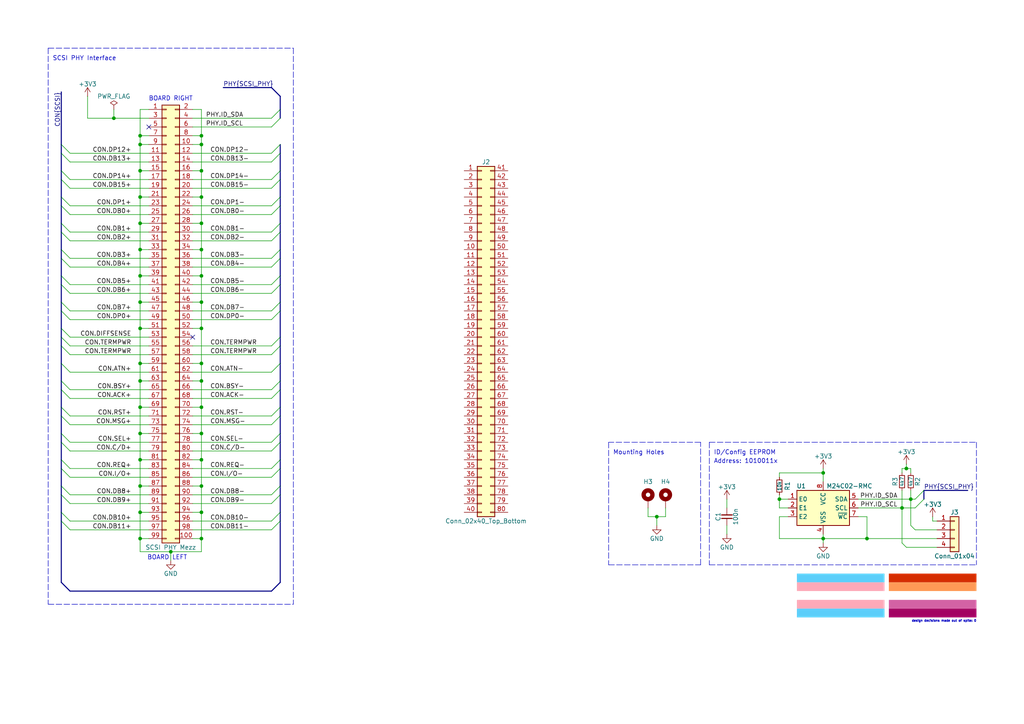
<source format=kicad_sch>
(kicad_sch (version 20231120) (generator "eeschema") (generator_version "8.0")
  (paper "A4")
  (title_block (title "Squishy -  ICD 50") (date "2024-08-22") (rev "1") (company "Shrine Maiden Heavy Industries") (comment 1 "License:  CERN-OHL-S") (comment 2 "© 2024 Aki 'lethalbit' Van Ness, et. al.") (comment 4 "Squishy - SCSI Multitool"))
  (lib_symbols
    (symbol "Connector_Generic:Conn_01x04" (pin_names (offset 1.016) hide)
      (property "Reference" "J" (at 0 5.08 0))
      (property "Value" "Conn_01x04" (at 0 -7.62 0))
      (symbol "Conn_01x04_1_1"
        (pin passive line (at -5.08 2.54 0) (length 3.81) (name "Pin_1") (number "1"))
        (pin passive line (at -5.08 0 0) (length 3.81) (name "Pin_2") (number "2"))
        (pin passive line (at -5.08 -2.54 0) (length 3.81) (name "Pin_3") (number "3"))
        (pin passive line (at -5.08 -5.08 0) (length 3.81) (name "Pin_4") (number "4"))
      )
    )
    (symbol "Connector_Generic:Conn_02x40_Top_Bottom" (pin_names (offset 1.016) hide)
      (property "Reference" "J" (at 1.27 50.8 0))
      (property "Value" "Conn_02x40_Top_Bottom" (at 1.27 -53.34 0))
      (symbol "Conn_02x40_Top_Bottom_1_1"
        (pin passive line (at -5.08 48.26 0) (length 3.81) (name "Pin_1") (number "1"))
        (pin passive line (at -5.08 25.4 0) (length 3.81) (name "Pin_10") (number "10"))
        (pin passive line (at -5.08 22.86 0) (length 3.81) (name "Pin_11") (number "11"))
        (pin passive line (at -5.08 20.32 0) (length 3.81) (name "Pin_12") (number "12"))
        (pin passive line (at -5.08 17.78 0) (length 3.81) (name "Pin_13") (number "13"))
        (pin passive line (at -5.08 15.24 0) (length 3.81) (name "Pin_14") (number "14"))
        (pin passive line (at -5.08 12.7 0) (length 3.81) (name "Pin_15") (number "15"))
        (pin passive line (at -5.08 10.16 0) (length 3.81) (name "Pin_16") (number "16"))
        (pin passive line (at -5.08 7.62 0) (length 3.81) (name "Pin_17") (number "17"))
        (pin passive line (at -5.08 5.08 0) (length 3.81) (name "Pin_18") (number "18"))
        (pin passive line (at -5.08 2.54 0) (length 3.81) (name "Pin_19") (number "19"))
        (pin passive line (at -5.08 45.72 0) (length 3.81) (name "Pin_2") (number "2"))
        (pin passive line (at -5.08 0 0) (length 3.81) (name "Pin_20") (number "20"))
        (pin passive line (at -5.08 -2.54 0) (length 3.81) (name "Pin_21") (number "21"))
        (pin passive line (at -5.08 -5.08 0) (length 3.81) (name "Pin_22") (number "22"))
        (pin passive line (at -5.08 -7.62 0) (length 3.81) (name "Pin_23") (number "23"))
        (pin passive line (at -5.08 -10.16 0) (length 3.81) (name "Pin_24") (number "24"))
        (pin passive line (at -5.08 -12.7 0) (length 3.81) (name "Pin_25") (number "25"))
        (pin passive line (at -5.08 -15.24 0) (length 3.81) (name "Pin_26") (number "26"))
        (pin passive line (at -5.08 -17.78 0) (length 3.81) (name "Pin_27") (number "27"))
        (pin passive line (at -5.08 -20.32 0) (length 3.81) (name "Pin_28") (number "28"))
        (pin passive line (at -5.08 -22.86 0) (length 3.81) (name "Pin_29") (number "29"))
        (pin passive line (at -5.08 43.18 0) (length 3.81) (name "Pin_3") (number "3"))
        (pin passive line (at -5.08 -25.4 0) (length 3.81) (name "Pin_30") (number "30"))
        (pin passive line (at -5.08 -27.94 0) (length 3.81) (name "Pin_31") (number "31"))
        (pin passive line (at -5.08 -30.48 0) (length 3.81) (name "Pin_32") (number "32"))
        (pin passive line (at -5.08 -33.02 0) (length 3.81) (name "Pin_33") (number "33"))
        (pin passive line (at -5.08 -35.56 0) (length 3.81) (name "Pin_34") (number "34"))
        (pin passive line (at -5.08 -38.1 0) (length 3.81) (name "Pin_35") (number "35"))
        (pin passive line (at -5.08 -40.64 0) (length 3.81) (name "Pin_36") (number "36"))
        (pin passive line (at -5.08 -43.18 0) (length 3.81) (name "Pin_37") (number "37"))
        (pin passive line (at -5.08 -45.72 0) (length 3.81) (name "Pin_38") (number "38"))
        (pin passive line (at -5.08 -48.26 0) (length 3.81) (name "Pin_39") (number "39"))
        (pin passive line (at -5.08 40.64 0) (length 3.81) (name "Pin_4") (number "4"))
        (pin passive line (at -5.08 -50.8 0) (length 3.81) (name "Pin_40") (number "40"))
        (pin passive line (at 7.62 48.26 180) (length 3.81) (name "Pin_41") (number "41"))
        (pin passive line (at 7.62 45.72 180) (length 3.81) (name "Pin_42") (number "42"))
        (pin passive line (at 7.62 43.18 180) (length 3.81) (name "Pin_43") (number "43"))
        (pin passive line (at 7.62 40.64 180) (length 3.81) (name "Pin_44") (number "44"))
        (pin passive line (at 7.62 38.1 180) (length 3.81) (name "Pin_45") (number "45"))
        (pin passive line (at 7.62 35.56 180) (length 3.81) (name "Pin_46") (number "46"))
        (pin passive line (at 7.62 33.02 180) (length 3.81) (name "Pin_47") (number "47"))
        (pin passive line (at 7.62 30.48 180) (length 3.81) (name "Pin_48") (number "48"))
        (pin passive line (at 7.62 27.94 180) (length 3.81) (name "Pin_49") (number "49"))
        (pin passive line (at -5.08 38.1 0) (length 3.81) (name "Pin_5") (number "5"))
        (pin passive line (at 7.62 25.4 180) (length 3.81) (name "Pin_50") (number "50"))
        (pin passive line (at 7.62 22.86 180) (length 3.81) (name "Pin_51") (number "51"))
        (pin passive line (at 7.62 20.32 180) (length 3.81) (name "Pin_52") (number "52"))
        (pin passive line (at 7.62 17.78 180) (length 3.81) (name "Pin_53") (number "53"))
        (pin passive line (at 7.62 15.24 180) (length 3.81) (name "Pin_54") (number "54"))
        (pin passive line (at 7.62 12.7 180) (length 3.81) (name "Pin_55") (number "55"))
        (pin passive line (at 7.62 10.16 180) (length 3.81) (name "Pin_56") (number "56"))
        (pin passive line (at 7.62 7.62 180) (length 3.81) (name "Pin_57") (number "57"))
        (pin passive line (at 7.62 5.08 180) (length 3.81) (name "Pin_58") (number "58"))
        (pin passive line (at 7.62 2.54 180) (length 3.81) (name "Pin_59") (number "59"))
        (pin passive line (at -5.08 35.56 0) (length 3.81) (name "Pin_6") (number "6"))
        (pin passive line (at 7.62 0 180) (length 3.81) (name "Pin_60") (number "60"))
        (pin passive line (at 7.62 -2.54 180) (length 3.81) (name "Pin_61") (number "61"))
        (pin passive line (at 7.62 -5.08 180) (length 3.81) (name "Pin_62") (number "62"))
        (pin passive line (at 7.62 -7.62 180) (length 3.81) (name "Pin_63") (number "63"))
        (pin passive line (at 7.62 -10.16 180) (length 3.81) (name "Pin_64") (number "64"))
        (pin passive line (at 7.62 -12.7 180) (length 3.81) (name "Pin_65") (number "65"))
        (pin passive line (at 7.62 -15.24 180) (length 3.81) (name "Pin_66") (number "66"))
        (pin passive line (at 7.62 -17.78 180) (length 3.81) (name "Pin_67") (number "67"))
        (pin passive line (at 7.62 -20.32 180) (length 3.81) (name "Pin_68") (number "68"))
        (pin passive line (at 7.62 -22.86 180) (length 3.81) (name "Pin_69") (number "69"))
        (pin passive line (at -5.08 33.02 0) (length 3.81) (name "Pin_7") (number "7"))
        (pin passive line (at 7.62 -25.4 180) (length 3.81) (name "Pin_70") (number "70"))
        (pin passive line (at 7.62 -27.94 180) (length 3.81) (name "Pin_71") (number "71"))
        (pin passive line (at 7.62 -30.48 180) (length 3.81) (name "Pin_72") (number "72"))
        (pin passive line (at 7.62 -33.02 180) (length 3.81) (name "Pin_73") (number "73"))
        (pin passive line (at 7.62 -35.56 180) (length 3.81) (name "Pin_74") (number "74"))
        (pin passive line (at 7.62 -38.1 180) (length 3.81) (name "Pin_75") (number "75"))
        (pin passive line (at 7.62 -40.64 180) (length 3.81) (name "Pin_76") (number "76"))
        (pin passive line (at 7.62 -43.18 180) (length 3.81) (name "Pin_77") (number "77"))
        (pin passive line (at 7.62 -45.72 180) (length 3.81) (name "Pin_78") (number "78"))
        (pin passive line (at 7.62 -48.26 180) (length 3.81) (name "Pin_79") (number "79"))
        (pin passive line (at -5.08 30.48 0) (length 3.81) (name "Pin_8") (number "8"))
        (pin passive line (at 7.62 -50.8 180) (length 3.81) (name "Pin_80") (number "80"))
        (pin passive line (at -5.08 27.94 0) (length 3.81) (name "Pin_9") (number "9"))
      )
    )
    (symbol "Device:C_Small" (pin_numbers hide) (pin_names (offset 0.254) hide)
      (property "Reference" "C" (at 0.254 1.778 0))
      (property "Value" "C_Small" (at 0.254 -2.032 0))
      (symbol "C_Small_1_1"
        (pin passive line (at 0 2.54 270) (length 2.032) (name "~") (number "1"))
        (pin passive line (at 0 -2.54 90) (length 2.032) (name "~") (number "2"))
      )
    )
    (symbol "Device:R_Small" (pin_numbers hide) (pin_names (offset 0.254) hide)
      (property "Reference" "R" (at 0.762 0.508 0))
      (property "Value" "R_Small" (at 0.762 -1.016 0))
      (symbol "R_Small_1_1"
        (pin passive line (at 0 2.54 270) (length 0.762) (name "~") (number "1"))
        (pin passive line (at 0 -2.54 90) (length 0.762) (name "~") (number "2"))
      )
    )
    (symbol "Mechanical:MountingHole_Pad" (pin_numbers hide) (pin_names (offset 1.016) hide)
      (property "Reference" "H" (at 0 6.35 0))
      (property "Value" "MountingHole_Pad" (at 0 4.445 0))
      (symbol "MountingHole_Pad_1_1"
        (pin input line (at 0 -2.54 90) (length 2.54) (name "1") (number "1"))
      )
    )
    (symbol "lethalbit-connectors:Conn_02x50_Odd_Even" (pin_names (offset 1.016) hide)
      (property "Reference" "J" (at 0 63.5 0))
      (property "Value" "Conn_02x50_Odd_Even" (at 0 66.04 0))
      (symbol "Conn_02x50_Odd_Even_1_1"
        (pin passive line (at -6.35 60.96 0) (length 3.81) (name "Pin_1") (number "1"))
        (pin passive line (at 6.35 50.8 180) (length 3.81) (name "Pin_10") (number "10"))
        (pin passive line (at 6.35 -63.5 180) (length 3.81) (name "Pin_100") (number "100"))
        (pin passive line (at -6.35 48.26 0) (length 3.81) (name "Pin_11") (number "11"))
        (pin passive line (at 6.35 48.26 180) (length 3.81) (name "Pin_12") (number "12"))
        (pin passive line (at -6.35 45.72 0) (length 3.81) (name "Pin_13") (number "13"))
        (pin passive line (at 6.35 45.72 180) (length 3.81) (name "Pin_14") (number "14"))
        (pin passive line (at -6.35 43.18 0) (length 3.81) (name "Pin_15") (number "15"))
        (pin passive line (at 6.35 43.18 180) (length 3.81) (name "Pin_16") (number "16"))
        (pin passive line (at -6.35 40.64 0) (length 3.81) (name "Pin_17") (number "17"))
        (pin passive line (at 6.35 40.64 180) (length 3.81) (name "Pin_18") (number "18"))
        (pin passive line (at -6.35 38.1 0) (length 3.81) (name "Pin_19") (number "19"))
        (pin passive line (at 6.35 60.96 180) (length 3.81) (name "Pin_2") (number "2"))
        (pin passive line (at 6.35 38.1 180) (length 3.81) (name "Pin_20") (number "20"))
        (pin passive line (at -6.35 35.56 0) (length 3.81) (name "Pin_21") (number "21"))
        (pin passive line (at 6.35 35.56 180) (length 3.81) (name "Pin_22") (number "22"))
        (pin passive line (at -6.35 33.02 0) (length 3.81) (name "Pin_23") (number "23"))
        (pin passive line (at 6.35 33.02 180) (length 3.81) (name "Pin_24") (number "24"))
        (pin passive line (at -6.35 30.48 0) (length 3.81) (name "Pin_25") (number "25"))
        (pin passive line (at 6.35 30.48 180) (length 3.81) (name "Pin_26") (number "26"))
        (pin passive line (at -6.35 27.94 0) (length 3.81) (name "Pin_27") (number "27"))
        (pin passive line (at 6.35 27.94 180) (length 3.81) (name "Pin_28") (number "28"))
        (pin passive line (at -6.35 25.4 0) (length 3.81) (name "Pin_29") (number "29"))
        (pin passive line (at -6.35 58.42 0) (length 3.81) (name "Pin_3") (number "3"))
        (pin passive line (at 6.35 25.4 180) (length 3.81) (name "Pin_30") (number "30"))
        (pin passive line (at -6.35 22.86 0) (length 3.81) (name "Pin_31") (number "31"))
        (pin passive line (at 6.35 22.86 180) (length 3.81) (name "Pin_32") (number "32"))
        (pin passive line (at -6.35 20.32 0) (length 3.81) (name "Pin_33") (number "33"))
        (pin passive line (at 6.35 20.32 180) (length 3.81) (name "Pin_34") (number "34"))
        (pin passive line (at -6.35 17.78 0) (length 3.81) (name "Pin_35") (number "35"))
        (pin passive line (at 6.35 17.78 180) (length 3.81) (name "Pin_36") (number "36"))
        (pin passive line (at -6.35 15.24 0) (length 3.81) (name "Pin_37") (number "37"))
        (pin passive line (at 6.35 15.24 180) (length 3.81) (name "Pin_38") (number "38"))
        (pin passive line (at -6.35 12.7 0) (length 3.81) (name "Pin_39") (number "39"))
        (pin passive line (at 6.35 58.42 180) (length 3.81) (name "Pin_4") (number "4"))
        (pin passive line (at 6.35 12.7 180) (length 3.81) (name "Pin_40") (number "40"))
        (pin passive line (at -6.35 10.16 0) (length 3.81) (name "Pin_41") (number "41"))
        (pin passive line (at 6.35 10.16 180) (length 3.81) (name "Pin_42") (number "42"))
        (pin passive line (at -6.35 7.62 0) (length 3.81) (name "Pin_43") (number "43"))
        (pin passive line (at 6.35 7.62 180) (length 3.81) (name "Pin_44") (number "44"))
        (pin passive line (at -6.35 5.08 0) (length 3.81) (name "Pin_45") (number "45"))
        (pin passive line (at 6.35 5.08 180) (length 3.81) (name "Pin_46") (number "46"))
        (pin passive line (at -6.35 2.54 0) (length 3.81) (name "Pin_47") (number "47"))
        (pin passive line (at 6.35 2.54 180) (length 3.81) (name "Pin_48") (number "48"))
        (pin passive line (at -6.35 0 0) (length 3.81) (name "Pin_49") (number "49"))
        (pin passive line (at -6.35 55.88 0) (length 3.81) (name "Pin_5") (number "5"))
        (pin passive line (at 6.35 0 180) (length 3.81) (name "Pin_50") (number "50"))
        (pin passive line (at -6.35 -2.54 0) (length 3.81) (name "Pin_51") (number "51"))
        (pin passive line (at 6.35 -2.54 180) (length 3.81) (name "Pin_52") (number "52"))
        (pin passive line (at -6.35 -5.08 0) (length 3.81) (name "Pin_53") (number "53"))
        (pin passive line (at 6.35 -5.08 180) (length 3.81) (name "Pin_54") (number "54"))
        (pin passive line (at -6.35 -7.62 0) (length 3.81) (name "Pin_55") (number "55"))
        (pin passive line (at 6.35 -7.62 180) (length 3.81) (name "Pin_56") (number "56"))
        (pin passive line (at -6.35 -10.16 0) (length 3.81) (name "Pin_57") (number "57"))
        (pin passive line (at 6.35 -10.16 180) (length 3.81) (name "Pin_58") (number "58"))
        (pin passive line (at -6.35 -12.7 0) (length 3.81) (name "Pin_59") (number "59"))
        (pin passive line (at 6.35 55.88 180) (length 3.81) (name "Pin_6") (number "6"))
        (pin passive line (at 6.35 -12.7 180) (length 3.81) (name "Pin_60") (number "60"))
        (pin passive line (at -6.35 -15.24 0) (length 3.81) (name "Pin_61") (number "61"))
        (pin passive line (at 6.35 -15.24 180) (length 3.81) (name "Pin_62") (number "62"))
        (pin passive line (at -6.35 -17.78 0) (length 3.81) (name "Pin_63") (number "63"))
        (pin passive line (at 6.35 -17.78 180) (length 3.81) (name "Pin_64") (number "64"))
        (pin passive line (at -6.35 -20.32 0) (length 3.81) (name "Pin_65") (number "65"))
        (pin passive line (at 6.35 -20.32 180) (length 3.81) (name "Pin_66") (number "66"))
        (pin passive line (at -6.35 -22.86 0) (length 3.81) (name "Pin_67") (number "67"))
        (pin passive line (at 6.35 -22.86 180) (length 3.81) (name "Pin_68") (number "68"))
        (pin passive line (at -6.35 -25.4 0) (length 3.81) (name "Pin_69") (number "69"))
        (pin passive line (at -6.35 53.34 0) (length 3.81) (name "Pin_7") (number "7"))
        (pin passive line (at 6.35 -25.4 180) (length 3.81) (name "Pin_70") (number "70"))
        (pin passive line (at -6.35 -27.94 0) (length 3.81) (name "Pin_71") (number "71"))
        (pin passive line (at 6.35 -27.94 180) (length 3.81) (name "Pin_72") (number "72"))
        (pin passive line (at -6.35 -30.48 0) (length 3.81) (name "Pin_73") (number "73"))
        (pin passive line (at 6.35 -30.48 180) (length 3.81) (name "Pin_74") (number "74"))
        (pin passive line (at -6.35 -33.02 0) (length 3.81) (name "Pin_75") (number "75"))
        (pin passive line (at 6.35 -33.02 180) (length 3.81) (name "Pin_76") (number "76"))
        (pin passive line (at -6.35 -35.56 0) (length 3.81) (name "Pin_77") (number "77"))
        (pin passive line (at 6.35 -35.56 180) (length 3.81) (name "Pin_78") (number "78"))
        (pin passive line (at -6.35 -38.1 0) (length 3.81) (name "Pin_79") (number "79"))
        (pin passive line (at 6.35 53.34 180) (length 3.81) (name "Pin_8") (number "8"))
        (pin passive line (at 6.35 -38.1 180) (length 3.81) (name "Pin_80") (number "80"))
        (pin passive line (at -6.35 -40.64 0) (length 3.81) (name "Pin_81") (number "81"))
        (pin passive line (at 6.35 -40.64 180) (length 3.81) (name "Pin_82") (number "82"))
        (pin passive line (at -6.35 -43.18 0) (length 3.81) (name "Pin_83") (number "83"))
        (pin passive line (at 6.35 -43.18 180) (length 3.81) (name "Pin_84") (number "84"))
        (pin passive line (at -6.35 -45.72 0) (length 3.81) (name "Pin_85") (number "85"))
        (pin passive line (at 6.35 -45.72 180) (length 3.81) (name "Pin_86") (number "86"))
        (pin passive line (at -6.35 -48.26 0) (length 3.81) (name "Pin_87") (number "87"))
        (pin passive line (at 6.35 -48.26 180) (length 3.81) (name "Pin_88") (number "88"))
        (pin passive line (at -6.35 -50.8 0) (length 3.81) (name "Pin_89") (number "89"))
        (pin passive line (at -6.35 50.8 0) (length 3.81) (name "Pin_9") (number "9"))
        (pin passive line (at 6.35 -50.8 180) (length 3.81) (name "Pin_90") (number "90"))
        (pin passive line (at -6.35 -53.34 0) (length 3.81) (name "Pin_91") (number "91"))
        (pin passive line (at 6.35 -53.34 180) (length 3.81) (name "Pin_92") (number "92"))
        (pin passive line (at -6.35 -55.88 0) (length 3.81) (name "Pin_93") (number "93"))
        (pin passive line (at 6.35 -55.88 180) (length 3.81) (name "Pin_94") (number "94"))
        (pin passive line (at -6.35 -58.42 0) (length 3.81) (name "Pin_95") (number "95"))
        (pin passive line (at 6.35 -58.42 180) (length 3.81) (name "Pin_96") (number "96"))
        (pin passive line (at -6.35 -60.96 0) (length 3.81) (name "Pin_97") (number "97"))
        (pin passive line (at 6.35 -60.96 180) (length 3.81) (name "Pin_98") (number "98"))
        (pin passive line (at -6.35 -63.5 0) (length 3.81) (name "Pin_99") (number "99"))
      )
    )
    (symbol "lethalbit-graphics:lesbian flag" (pin_numbers hide) (pin_names (offset 0) hide) (in_bom no) (on_board no))
    (symbol "lethalbit-graphics:trans flag" (pin_numbers hide) (pin_names (offset 0) hide) (in_bom no) (on_board no))
    (symbol "lethalbit-memory:M24C02-RMC"
      (property "Reference" "U" (at -6.35 6.35 0))
      (property "Value" "M24C02-RMC" (at 7.62 6.35 0))
      (symbol "M24C02-RMC_1_1"
        (pin input line (at -10.16 2.54 0) (length 2.54) (name "E0") (number "1"))
        (pin input line (at -10.16 0 0) (length 2.54) (name "E1") (number "2"))
        (pin input line (at -10.16 -2.54 0) (length 2.54) (name "E2") (number "3"))
        (pin power_in line (at 0 -7.62 90) (length 2.54) (name "VSS") (number "4"))
        (pin bidirectional line (at 10.16 2.54 180) (length 2.54) (name "SDA") (number "5"))
        (pin input line (at 10.16 0 180) (length 2.54) (name "SCL") (number "6"))
        (pin input line (at 10.16 -2.54 180) (length 2.54) (name "~{WC}") (number "7"))
        (pin power_in line (at 0 7.62 270) (length 2.54) (name "VCC") (number "8"))
        (pin passive line (at 0 -7.62 90) (length 2.54) hide (name "VSS") (number "EP"))
      )
    )
    (symbol "power:+3V3" (power) (pin_numbers hide) (pin_names (offset 0) hide)
      (property "Value" "+3V3" (at 0 3.556 0))
      (symbol "+3V3_1_1"
        (pin power_in line (at 0 0 90) (length 0) (name "~") (number "1"))
      )
    )
    (symbol "power:GND" (power) (pin_numbers hide) (pin_names (offset 0) hide)
      (property "Value" "GND" (at 0 -3.81 0))
      (symbol "GND_1_1"
        (pin power_in line (at 0 0 270) (length 0) (name "~") (number "1"))
      )
    )
    (symbol "power:PWR_FLAG" (power) (pin_numbers hide) (pin_names (offset 0) hide)
      (property "Value" "PWR_FLAG" (at 0 3.81 0))
      (symbol "PWR_FLAG_0_0"
        (pin power_out line (at 0 0 90) (length 0) (name "~") (number "1"))
      )
    )
  )
  (bus_alias "SCSI" (members "DB0+" "DB0-" "DB1+" "DB1-" "DB2+" "DB2-" "DB3+" "DB3-" "DB4+" "DB4-" "DB5+" "DB5-" "DB6+" "DB6-" "DB7+" "DB7-" "DB8+" "DB8-" "DB9+" "DB9-" "DB10+" "DB10-" "DB11+" "DB11-" "DB12+" "DB12-" "DB13+" "DB13-" "DB14+" "DB14-" "DB15+" "DB15-" "DP0+" "DP0-" "DP1+" "DP1-" "ATN+" "ATN-" "BSY+" "BSY-" "ACK+" "ACK-" "RST+" "RST-" "MSG+" "MSG-" "SEL+" "SEL-" "C/D+" "C/D-" "REQ+" "REQ-" "I/O+" "I/O-" "DIFFSENSE" "TERMPWR"))
  (bus_alias "SCSI_PHY" (members "DB[0..15]" "DP[0..1]" "ATN" "BSY" "ACK" "RST" "MSG" "SEL" "C/D" "REQ" "I/O" "ID_SDA" "ID_SCL" "~{PHY_PRSNT}" "TERMPW_EN" "LS_CTRL[0..5]" "DBL_DIR" "DBH_DIR" "INIT_DIR" "TRGT_DIR" "SEL_DIR" "RST_DIR" "BSY_DIR"))
  (junction (at 40.64 87.63))
  (junction (at 40.64 41.91))
  (junction (at 226.06 144.78))
  (junction (at 40.64 133.35))
  (junction (at 58.42 80.01))
  (junction (at 238.76 137.16))
  (junction (at 58.42 64.77))
  (junction (at 58.42 118.11))
  (junction (at 40.64 110.49))
  (junction (at 40.64 148.59))
  (junction (at 58.42 41.91))
  (junction (at 58.42 133.35))
  (junction (at 40.64 95.25))
  (junction (at 190.5 149.86))
  (junction (at 261.62 147.32))
  (junction (at 58.42 125.73))
  (junction (at 40.64 64.77))
  (junction (at 58.42 87.63))
  (junction (at 40.64 39.37))
  (junction (at 40.64 156.21))
  (junction (at 58.42 140.97))
  (junction (at 58.42 49.53))
  (junction (at 262.89 135.89))
  (junction (at 58.42 72.39))
  (junction (at 264.16 144.78))
  (junction (at 40.64 140.97))
  (junction (at 40.64 72.39))
  (junction (at 58.42 39.37))
  (junction (at 58.42 110.49))
  (junction (at 40.64 118.11))
  (junction (at 40.64 57.15))
  (junction (at 251.46 156.21))
  (junction (at 58.42 105.41))
  (junction (at 238.76 156.21))
  (junction (at 58.42 57.15))
  (junction (at 58.42 148.59))
  (junction (at 49.53 160.02))
  (junction (at 40.64 80.01))
  (junction (at 40.64 125.73))
  (junction (at 58.42 156.21))
  (junction (at 33.02 34.29))
  (junction (at 58.42 95.25))
  (junction (at 40.64 49.53))
  (junction (at 40.64 105.41))
  (no_connect (at 55.88 97.79))
  (no_connect (at 43.18 36.83))
  (bus_entry (at 17.78 44.45) (size 2.54 2.54))
  (bus_entry (at 81.28 82.55) (size -2.54 2.54))
  (bus_entry (at 17.78 135.89) (size 2.54 2.54))
  (bus_entry (at 81.28 80.01) (size -2.54 2.54))
  (bus_entry (at 17.78 74.93) (size 2.54 2.54))
  (bus_entry (at 81.28 100.33) (size -2.54 2.54))
  (bus_entry (at 81.28 64.77) (size -2.54 2.54))
  (bus_entry (at 81.28 135.89) (size -2.54 2.54))
  (bus_entry (at 17.78 95.25) (size 2.54 2.54))
  (bus_entry (at 267.97 144.78) (size -2.54 2.54))
  (bus_entry (at 81.28 97.79) (size -2.54 2.54))
  (bus_entry (at 81.28 128.27) (size -2.54 2.54))
  (bus_entry (at 81.28 118.11) (size -2.54 2.54))
  (bus_entry (at 17.78 125.73) (size 2.54 2.54))
  (bus_entry (at 81.28 110.49) (size -2.54 2.54))
  (bus_entry (at 81.28 143.51) (size -2.54 2.54))
  (bus_entry (at 17.78 140.97) (size 2.54 2.54))
  (bus_entry (at 17.78 49.53) (size 2.54 2.54))
  (bus_entry (at 81.28 125.73) (size -2.54 2.54))
  (bus_entry (at 17.78 118.11) (size 2.54 2.54))
  (bus_entry (at 17.78 64.77) (size 2.54 2.54))
  (bus_entry (at 81.28 52.07) (size -2.54 2.54))
  (bus_entry (at 81.28 74.93) (size -2.54 2.54))
  (bus_entry (at 81.28 90.17) (size -2.54 2.54))
  (bus_entry (at 17.78 87.63) (size 2.54 2.54))
  (bus_entry (at 81.28 87.63) (size -2.54 2.54))
  (bus_entry (at 17.78 82.55) (size 2.54 2.54))
  (bus_entry (at 17.78 148.59) (size 2.54 2.54))
  (bus_entry (at 17.78 57.15) (size 2.54 2.54))
  (bus_entry (at 17.78 59.69) (size 2.54 2.54))
  (bus_entry (at 81.28 44.45) (size -2.54 2.54))
  (bus_entry (at 267.97 142.24) (size -2.54 2.54))
  (bus_entry (at 17.78 90.17) (size 2.54 2.54))
  (bus_entry (at 81.28 59.69) (size -2.54 2.54))
  (bus_entry (at 17.78 113.03) (size 2.54 2.54))
  (bus_entry (at 17.78 105.41) (size 2.54 2.54))
  (bus_entry (at 81.28 113.03) (size -2.54 2.54))
  (bus_entry (at 17.78 52.07) (size 2.54 2.54))
  (bus_entry (at 17.78 110.49) (size 2.54 2.54))
  (bus_entry (at 17.78 72.39) (size 2.54 2.54))
  (bus_entry (at 81.28 120.65) (size -2.54 2.54))
  (bus_entry (at 81.28 34.29) (size -2.54 2.54))
  (bus_entry (at 81.28 57.15) (size -2.54 2.54))
  (bus_entry (at 17.78 80.01) (size 2.54 2.54))
  (bus_entry (at 17.78 41.91) (size 2.54 2.54))
  (bus_entry (at 81.28 41.91) (size -2.54 2.54))
  (bus_entry (at 17.78 151.13) (size 2.54 2.54))
  (bus_entry (at 81.28 31.75) (size -2.54 2.54))
  (bus_entry (at 81.28 151.13) (size -2.54 2.54))
  (bus_entry (at 81.28 72.39) (size -2.54 2.54))
  (bus_entry (at 81.28 148.59) (size -2.54 2.54))
  (bus_entry (at 17.78 97.79) (size 2.54 2.54))
  (bus_entry (at 17.78 100.33) (size 2.54 2.54))
  (bus_entry (at 81.28 49.53) (size -2.54 2.54))
  (bus_entry (at 17.78 120.65) (size 2.54 2.54))
  (bus_entry (at 17.78 67.31) (size 2.54 2.54))
  (bus_entry (at 17.78 128.27) (size 2.54 2.54))
  (bus_entry (at 17.78 133.35) (size 2.54 2.54))
  (bus_entry (at 81.28 105.41) (size -2.54 2.54))
  (bus_entry (at 81.28 67.31) (size -2.54 2.54))
  (bus_entry (at 81.28 140.97) (size -2.54 2.54))
  (bus_entry (at 17.78 143.51) (size 2.54 2.54))
  (bus_entry (at 81.28 133.35) (size -2.54 2.54))
  (wire (pts (xy 20.32 92.71) (xy 43.18 92.71)))
  (wire (pts (xy 20.32 67.31) (xy 43.18 67.31)))
  (wire (pts (xy 20.32 146.05) (xy 43.18 146.05)))
  (wire (pts (xy 55.88 156.21) (xy 58.42 156.21)))
  (wire (pts (xy 20.32 97.79) (xy 43.18 97.79)))
  (wire (pts (xy 55.88 31.75) (xy 58.42 31.75)))
  (wire (pts (xy 78.74 115.57) (xy 55.88 115.57)))
  (wire (pts (xy 78.74 102.87) (xy 55.88 102.87)))
  (wire (pts (xy 55.88 57.15) (xy 58.42 57.15)))
  (bus (pts (xy 81.28 120.65) (xy 81.28 125.73)))
  (wire (pts (xy 20.32 123.19) (xy 43.18 123.19)))
  (wire (pts (xy 58.42 87.63) (xy 58.42 95.25)))
  (bus (pts (xy 81.28 82.55) (xy 81.28 87.63)))
  (wire (pts (xy 78.74 74.93) (xy 55.88 74.93)))
  (polyline (pts (xy 176.53 128.27) (xy 176.53 163.83)) (stroke (width 0) (type dash)))
  (bus (pts (xy 17.78 95.25) (xy 17.78 97.79)))
  (wire (pts (xy 226.06 143.51) (xy 226.06 144.78)))
  (bus (pts (xy 81.28 97.79) (xy 81.28 100.33)))
  (wire (pts (xy 20.32 62.23) (xy 43.18 62.23)))
  (wire (pts (xy 251.46 149.86) (xy 251.46 156.21)))
  (wire (pts (xy 264.16 142.24) (xy 264.16 144.78)))
  (wire (pts (xy 55.88 110.49) (xy 58.42 110.49)))
  (wire (pts (xy 49.53 160.02) (xy 49.53 162.56)))
  (wire (pts (xy 55.88 41.91) (xy 58.42 41.91)))
  (wire (pts (xy 78.74 113.03) (xy 55.88 113.03)))
  (wire (pts (xy 78.74 153.67) (xy 55.88 153.67)))
  (wire (pts (xy 78.74 62.23) (xy 55.88 62.23)))
  (wire (pts (xy 25.4 27.94) (xy 25.4 34.29)))
  (wire (pts (xy 43.18 57.15) (xy 40.64 57.15)))
  (bus (pts (xy 81.28 100.33) (xy 81.28 105.41)))
  (bus (pts (xy 20.32 171.45) (xy 78.74 171.45)))
  (bus (pts (xy 17.78 133.35) (xy 17.78 135.89)))
  (wire (pts (xy 33.02 34.29) (xy 43.18 34.29)))
  (bus (pts (xy 81.28 118.11) (xy 81.28 120.65)))
  (wire (pts (xy 40.64 64.77) (xy 40.64 72.39)))
  (wire (pts (xy 270.51 151.13) (xy 271.78 151.13)))
  (wire (pts (xy 270.51 149.86) (xy 270.51 151.13)))
  (wire (pts (xy 20.32 69.85) (xy 43.18 69.85)))
  (wire (pts (xy 58.42 41.91) (xy 58.42 49.53)))
  (wire (pts (xy 78.74 67.31) (xy 55.88 67.31)))
  (bus (pts (xy 17.78 120.65) (xy 17.78 125.73)))
  (bus (pts (xy 81.28 128.27) (xy 81.28 133.35)))
  (wire (pts (xy 40.64 49.53) (xy 40.64 57.15)))
  (bus (pts (xy 81.28 64.77) (xy 81.28 67.31)))
  (wire (pts (xy 265.43 153.67) (xy 264.16 152.4)))
  (wire (pts (xy 40.64 160.02) (xy 49.53 160.02)))
  (wire (pts (xy 20.32 77.47) (xy 43.18 77.47)))
  (wire (pts (xy 40.64 72.39) (xy 40.64 80.01)))
  (bus (pts (xy 81.28 59.69) (xy 81.28 64.77)))
  (bus (pts (xy 81.28 49.53) (xy 81.28 52.07)))
  (wire (pts (xy 25.4 34.29) (xy 33.02 34.29)))
  (wire (pts (xy 58.42 80.01) (xy 58.42 87.63)))
  (wire (pts (xy 43.18 95.25) (xy 40.64 95.25)))
  (bus (pts (xy 17.78 105.41) (xy 17.78 110.49)))
  (bus (pts (xy 81.28 27.94) (xy 81.28 31.75)))
  (wire (pts (xy 226.06 149.86) (xy 226.06 156.21)))
  (wire (pts (xy 78.74 77.47) (xy 55.88 77.47)))
  (wire (pts (xy 78.74 85.09) (xy 55.88 85.09)))
  (wire (pts (xy 40.64 41.91) (xy 40.64 49.53)))
  (bus (pts (xy 17.78 118.11) (xy 17.78 120.65)))
  (wire (pts (xy 78.74 90.17) (xy 55.88 90.17)))
  (wire (pts (xy 33.02 31.75) (xy 33.02 34.29)))
  (bus (pts (xy 17.78 110.49) (xy 17.78 113.03)))
  (wire (pts (xy 262.89 135.89) (xy 264.16 135.89)))
  (wire (pts (xy 55.88 87.63) (xy 58.42 87.63)))
  (wire (pts (xy 55.88 125.73) (xy 58.42 125.73)))
  (bus (pts (xy 81.28 31.75) (xy 81.28 34.29)))
  (wire (pts (xy 187.96 147.32) (xy 187.96 149.86)))
  (wire (pts (xy 226.06 144.78) (xy 228.6 144.78)))
  (wire (pts (xy 55.88 72.39) (xy 58.42 72.39)))
  (bus (pts (xy 267.97 142.24) (xy 280.67 142.24)))
  (wire (pts (xy 262.89 134.62) (xy 262.89 135.89)))
  (wire (pts (xy 58.42 49.53) (xy 58.42 57.15)))
  (wire (pts (xy 251.46 156.21) (xy 271.78 156.21)))
  (wire (pts (xy 43.18 64.77) (xy 40.64 64.77)))
  (bus (pts (xy 17.78 135.89) (xy 17.78 140.97)))
  (wire (pts (xy 271.78 153.67) (xy 265.43 153.67)))
  (wire (pts (xy 78.74 120.65) (xy 55.88 120.65)))
  (wire (pts (xy 58.42 95.25) (xy 58.42 105.41)))
  (polyline (pts (xy 13.97 13.97) (xy 13.97 175.26)) (stroke (width 0) (type dash)))
  (wire (pts (xy 43.18 110.49) (xy 40.64 110.49)))
  (wire (pts (xy 78.74 128.27) (xy 55.88 128.27)))
  (bus (pts (xy 81.28 80.01) (xy 81.28 82.55)))
  (wire (pts (xy 58.42 156.21) (xy 58.42 160.02)))
  (polyline (pts (xy 85.09 13.97) (xy 85.09 175.26)) (stroke (width 0) (type dash)))
  (bus (pts (xy 17.78 49.53) (xy 17.78 52.07)))
  (wire (pts (xy 55.88 118.11) (xy 58.42 118.11)))
  (wire (pts (xy 78.74 46.99) (xy 55.88 46.99)))
  (wire (pts (xy 40.64 110.49) (xy 40.64 118.11)))
  (wire (pts (xy 20.32 128.27) (xy 43.18 128.27)))
  (wire (pts (xy 55.88 36.83) (xy 78.74 36.83)))
  (wire (pts (xy 20.32 113.03) (xy 43.18 113.03)))
  (wire (pts (xy 55.88 105.41) (xy 58.42 105.41)))
  (wire (pts (xy 55.88 39.37) (xy 58.42 39.37)))
  (wire (pts (xy 40.64 133.35) (xy 40.64 140.97)))
  (wire (pts (xy 55.88 80.01) (xy 58.42 80.01)))
  (wire (pts (xy 20.32 85.09) (xy 43.18 85.09)))
  (wire (pts (xy 261.62 147.32) (xy 265.43 147.32)))
  (wire (pts (xy 58.42 140.97) (xy 58.42 148.59)))
  (wire (pts (xy 43.18 72.39) (xy 40.64 72.39)))
  (wire (pts (xy 40.64 31.75) (xy 40.64 39.37)))
  (bus (pts (xy 81.28 67.31) (xy 81.28 72.39)))
  (polyline (pts (xy 203.2 163.83) (xy 203.2 128.27)) (stroke (width 0) (type dash)))
  (wire (pts (xy 43.18 125.73) (xy 40.64 125.73)))
  (wire (pts (xy 55.88 133.35) (xy 58.42 133.35)))
  (bus (pts (xy 17.78 140.97) (xy 17.78 143.51)))
  (bus (pts (xy 17.78 148.59) (xy 17.78 151.13)))
  (bus (pts (xy 81.28 135.89) (xy 81.28 140.97)))
  (wire (pts (xy 20.32 120.65) (xy 43.18 120.65)))
  (wire (pts (xy 55.88 148.59) (xy 58.42 148.59)))
  (wire (pts (xy 210.82 152.4) (xy 210.82 154.94)))
  (polyline (pts (xy 205.74 163.83) (xy 283.21 163.83)) (stroke (width 0) (type dash)))
  (polyline (pts (xy 13.97 175.26) (xy 85.09 175.26)) (stroke (width 0) (type dash)))
  (bus (pts (xy 17.78 168.91) (xy 20.32 171.45)))
  (polyline (pts (xy 176.53 163.83) (xy 203.2 163.83)) (stroke (width 0) (type dash)))
  (polyline (pts (xy 13.97 13.97) (xy 85.09 13.97)) (stroke (width 0) (type dash)))
  (wire (pts (xy 20.32 153.67) (xy 43.18 153.67)))
  (bus (pts (xy 17.78 64.77) (xy 17.78 67.31)))
  (polyline (pts (xy 205.74 128.27) (xy 283.21 128.27)) (stroke (width 0) (type dash)))
  (wire (pts (xy 43.18 80.01) (xy 40.64 80.01)))
  (wire (pts (xy 20.32 135.89) (xy 43.18 135.89)))
  (wire (pts (xy 226.06 156.21) (xy 238.76 156.21)))
  (wire (pts (xy 78.74 138.43) (xy 55.88 138.43)))
  (bus (pts (xy 17.78 100.33) (xy 17.78 105.41)))
  (bus (pts (xy 17.78 72.39) (xy 17.78 74.93)))
  (wire (pts (xy 271.78 158.75) (xy 262.89 158.75)))
  (wire (pts (xy 261.62 135.89) (xy 261.62 137.16)))
  (wire (pts (xy 20.32 100.33) (xy 43.18 100.33)))
  (bus (pts (xy 81.28 72.39) (xy 81.28 74.93)))
  (bus (pts (xy 17.78 82.55) (xy 17.78 87.63)))
  (bus (pts (xy 17.78 44.45) (xy 17.78 49.53)))
  (bus (pts (xy 17.78 90.17) (xy 17.78 95.25)))
  (bus (pts (xy 17.78 52.07) (xy 17.78 57.15)))
  (bus (pts (xy 267.97 144.78) (xy 267.97 142.24)))
  (bus (pts (xy 81.28 87.63) (xy 81.28 90.17)))
  (wire (pts (xy 55.88 34.29) (xy 78.74 34.29)))
  (bus (pts (xy 17.78 97.79) (xy 17.78 100.33)))
  (wire (pts (xy 40.64 80.01) (xy 40.64 87.63)))
  (bus (pts (xy 81.28 41.91) (xy 81.28 44.45)))
  (bus (pts (xy 17.78 87.63) (xy 17.78 90.17)))
  (bus (pts (xy 78.74 171.45) (xy 81.28 168.91)))
  (bus (pts (xy 81.28 57.15) (xy 81.28 59.69)))
  (bus (pts (xy 17.78 113.03) (xy 17.78 118.11)))
  (wire (pts (xy 78.74 92.71) (xy 55.88 92.71)))
  (wire (pts (xy 58.42 57.15) (xy 58.42 64.77)))
  (wire (pts (xy 55.88 140.97) (xy 58.42 140.97)))
  (bus (pts (xy 78.74 25.4) (xy 81.28 27.94)))
  (wire (pts (xy 58.42 31.75) (xy 58.42 39.37)))
  (bus (pts (xy 81.28 90.17) (xy 81.28 97.79)))
  (wire (pts (xy 20.32 138.43) (xy 43.18 138.43)))
  (wire (pts (xy 20.32 82.55) (xy 43.18 82.55)))
  (wire (pts (xy 58.42 118.11) (xy 58.42 125.73)))
  (wire (pts (xy 40.64 118.11) (xy 40.64 125.73)))
  (wire (pts (xy 40.64 156.21) (xy 40.64 160.02)))
  (wire (pts (xy 238.76 154.94) (xy 238.76 156.21)))
  (wire (pts (xy 20.32 115.57) (xy 43.18 115.57)))
  (wire (pts (xy 55.88 95.25) (xy 58.42 95.25)))
  (bus (pts (xy 17.78 41.91) (xy 17.78 44.45)))
  (wire (pts (xy 264.16 144.78) (xy 264.16 152.4)))
  (wire (pts (xy 78.74 59.69) (xy 55.88 59.69)))
  (wire (pts (xy 264.16 135.89) (xy 264.16 137.16)))
  (wire (pts (xy 78.74 146.05) (xy 55.88 146.05)))
  (wire (pts (xy 78.74 130.81) (xy 55.88 130.81)))
  (wire (pts (xy 78.74 151.13) (xy 55.88 151.13)))
  (bus (pts (xy 81.28 125.73) (xy 81.28 128.27)))
  (wire (pts (xy 40.64 148.59) (xy 40.64 156.21)))
  (wire (pts (xy 193.04 147.32) (xy 193.04 149.86)))
  (wire (pts (xy 58.42 148.59) (xy 58.42 156.21)))
  (wire (pts (xy 226.06 137.16) (xy 226.06 138.43)))
  (wire (pts (xy 43.18 87.63) (xy 40.64 87.63)))
  (wire (pts (xy 238.76 135.89) (xy 238.76 137.16)))
  (wire (pts (xy 40.64 140.97) (xy 40.64 148.59)))
  (wire (pts (xy 78.74 69.85) (xy 55.88 69.85)))
  (wire (pts (xy 20.32 54.61) (xy 43.18 54.61)))
  (bus (pts (xy 81.28 110.49) (xy 81.28 113.03)))
  (wire (pts (xy 190.5 149.86) (xy 193.04 149.86)))
  (wire (pts (xy 58.42 39.37) (xy 58.42 41.91)))
  (wire (pts (xy 248.92 147.32) (xy 261.62 147.32)))
  (wire (pts (xy 78.74 123.19) (xy 55.88 123.19)))
  (bus (pts (xy 81.28 151.13) (xy 81.28 168.91)))
  (wire (pts (xy 20.32 90.17) (xy 43.18 90.17)))
  (wire (pts (xy 20.32 74.93) (xy 43.18 74.93)))
  (wire (pts (xy 43.18 31.75) (xy 40.64 31.75)))
  (wire (pts (xy 261.62 142.24) (xy 261.62 147.32)))
  (wire (pts (xy 58.42 72.39) (xy 58.42 80.01)))
  (wire (pts (xy 40.64 105.41) (xy 43.18 105.41)))
  (wire (pts (xy 78.74 143.51) (xy 55.88 143.51)))
  (wire (pts (xy 190.5 149.86) (xy 190.5 152.4)))
  (wire (pts (xy 40.64 125.73) (xy 40.64 133.35)))
  (wire (pts (xy 40.64 156.21) (xy 43.18 156.21)))
  (bus (pts (xy 17.78 125.73) (xy 17.78 128.27)))
  (bus (pts (xy 81.28 44.45) (xy 81.28 49.53)))
  (wire (pts (xy 226.06 147.32) (xy 228.6 147.32)))
  (bus (pts (xy 17.78 57.15) (xy 17.78 59.69)))
  (wire (pts (xy 43.18 118.11) (xy 40.64 118.11)))
  (wire (pts (xy 262.89 158.75) (xy 261.62 157.48)))
  (wire (pts (xy 261.62 135.89) (xy 262.89 135.89)))
  (bus (pts (xy 81.28 133.35) (xy 81.28 135.89)))
  (wire (pts (xy 78.74 44.45) (xy 55.88 44.45)))
  (wire (pts (xy 20.32 102.87) (xy 43.18 102.87)))
  (wire (pts (xy 226.06 149.86) (xy 228.6 149.86)))
  (wire (pts (xy 78.74 100.33) (xy 55.88 100.33)))
  (bus (pts (xy 17.78 26.67) (xy 17.78 41.91)))
  (wire (pts (xy 20.32 46.99) (xy 43.18 46.99)))
  (wire (pts (xy 43.18 41.91) (xy 40.64 41.91)))
  (bus (pts (xy 17.78 67.31) (xy 17.78 72.39)))
  (wire (pts (xy 20.32 143.51) (xy 43.18 143.51)))
  (wire (pts (xy 238.76 156.21) (xy 251.46 156.21)))
  (wire (pts (xy 58.42 133.35) (xy 58.42 140.97)))
  (wire (pts (xy 238.76 156.21) (xy 238.76 157.48)))
  (wire (pts (xy 40.64 148.59) (xy 43.18 148.59)))
  (bus (pts (xy 17.78 74.93) (xy 17.78 80.01)))
  (bus (pts (xy 81.28 148.59) (xy 81.28 151.13)))
  (bus (pts (xy 17.78 151.13) (xy 17.78 168.91)))
  (wire (pts (xy 226.06 137.16) (xy 238.76 137.16)))
  (bus (pts (xy 81.28 52.07) (xy 81.28 57.15)))
  (wire (pts (xy 40.64 105.41) (xy 40.64 110.49)))
  (polyline (pts (xy 205.74 128.27) (xy 205.74 163.83)) (stroke (width 0) (type dash)))
  (wire (pts (xy 20.32 44.45) (xy 43.18 44.45)))
  (wire (pts (xy 40.64 39.37) (xy 40.64 41.91)))
  (wire (pts (xy 58.42 110.49) (xy 58.42 118.11)))
  (wire (pts (xy 261.62 147.32) (xy 261.62 157.48)))
  (bus (pts (xy 17.78 80.01) (xy 17.78 82.55)))
  (wire (pts (xy 264.16 144.78) (xy 265.43 144.78)))
  (polyline (pts (xy 283.21 128.27) (xy 283.21 163.83)) (stroke (width 0) (type dash)))
  (wire (pts (xy 58.42 64.77) (xy 58.42 72.39)))
  (wire (pts (xy 55.88 49.53) (xy 58.42 49.53)))
  (wire (pts (xy 40.64 95.25) (xy 40.64 105.41)))
  (wire (pts (xy 248.92 144.78) (xy 264.16 144.78)))
  (wire (pts (xy 43.18 49.53) (xy 40.64 49.53)))
  (wire (pts (xy 40.64 39.37) (xy 43.18 39.37)))
  (wire (pts (xy 78.74 107.95) (xy 55.88 107.95)))
  (wire (pts (xy 187.96 149.86) (xy 190.5 149.86)))
  (wire (pts (xy 226.06 144.78) (xy 226.06 147.32)))
  (wire (pts (xy 78.74 54.61) (xy 55.88 54.61)))
  (bus (pts (xy 81.28 74.93) (xy 81.28 80.01)))
  (wire (pts (xy 20.32 59.69) (xy 43.18 59.69)))
  (bus (pts (xy 81.28 140.97) (xy 81.28 143.51)))
  (bus (pts (xy 81.28 143.51) (xy 81.28 148.59)))
  (wire (pts (xy 43.18 133.35) (xy 40.64 133.35)))
  (wire (pts (xy 20.32 107.95) (xy 43.18 107.95)))
  (wire (pts (xy 20.32 52.07) (xy 43.18 52.07)))
  (wire (pts (xy 20.32 151.13) (xy 43.18 151.13)))
  (bus (pts (xy 64.77 25.4) (xy 78.74 25.4)))
  (wire (pts (xy 40.64 87.63) (xy 40.64 95.25)))
  (wire (pts (xy 248.92 149.86) (xy 251.46 149.86)))
  (wire (pts (xy 78.74 82.55) (xy 55.88 82.55)))
  (wire (pts (xy 20.32 130.81) (xy 43.18 130.81)))
  (wire (pts (xy 43.18 140.97) (xy 40.64 140.97)))
  (bus (pts (xy 17.78 143.51) (xy 17.78 148.59)))
  (wire (pts (xy 40.64 57.15) (xy 40.64 64.77)))
  (wire (pts (xy 210.82 147.32) (xy 210.82 144.78)))
  (wire (pts (xy 78.74 135.89) (xy 55.88 135.89)))
  (bus (pts (xy 81.28 113.03) (xy 81.28 118.11)))
  (wire (pts (xy 58.42 125.73) (xy 58.42 133.35)))
  (wire (pts (xy 49.53 160.02) (xy 58.42 160.02)))
  (bus (pts (xy 17.78 128.27) (xy 17.78 133.35)))
  (wire (pts (xy 55.88 64.77) (xy 58.42 64.77)))
  (wire (pts (xy 238.76 137.16) (xy 238.76 139.7)))
  (wire (pts (xy 78.74 52.07) (xy 55.88 52.07)))
  (polyline (pts (xy 203.2 128.27) (xy 176.53 128.27)) (stroke (width 0) (type dash)))
  (bus (pts (xy 81.28 105.41) (xy 81.28 110.49)))
  (wire (pts (xy 58.42 105.41) (xy 58.42 110.49)))
  (bus (pts (xy 17.78 59.69) (xy 17.78 64.77)))
  (text "Address: 1010011x" (at 207.01 133.858 0) (effects (font (size 1.27 1.27)) (justify left)))
  (text "Mounting Holes\n" (at 177.8 132.08 0) (effects (font (size 1.27 1.27)) (justify left bottom)))
  (text "BOARD RIGHT" (at 49.53 28.702 0) (effects (font (size 1.27 1.27))))
  (text "BOARD LEFT" (at 48.514 161.798 0) (effects (font (size 1.27 1.27))))
  (text "ID/Config EEPROM" (at 207.01 132.08 0) (effects (font (size 1.27 1.27)) (justify left bottom)))
  (text "SCSI PHY Interface" (at 15.24 17.78 0) (effects (font (size 1.27 1.27)) (justify left bottom)))
  (text "design decisions made out of spite: 0" (at 264.414 180.594 0) (effects (font (size 0.635 0.635)) (justify left bottom)))
  (label "CON.DP1-" (at 60.96 59.69 0))
  (label "CON.DB9-" (at 60.96 146.05 0))
  (label "CON.DB13-" (at 60.96 46.99 0))
  (label "CON.DB0+" (at 38.1 62.23 180))
  (label "CON.DB11-" (at 60.96 153.67 0))
  (label "CON.DIFFSENSE" (at 38.1 97.79 180))
  (label "CON.DB15+" (at 38.1 54.61 180))
  (label "CON.DB11+" (at 38.1 153.67 180))
  (label "CON.SEL-" (at 60.96 128.27 0))
  (label "CON.DB10-" (at 60.96 151.13 0))
  (label "CON.I{slash}O-" (at 60.96 138.43 0))
  (label "CON.DB3-" (at 60.96 74.93 0))
  (label "CON.REQ+" (at 38.1 135.89 180))
  (label "CON.ATN+" (at 38.1 107.95 180))
  (label "PHY{SCSI_PHY}" (at 64.77 25.4 0))
  (label "CON.BSY-" (at 60.96 113.03 0))
  (label "CON.BSY+" (at 38.1 113.03 180))
  (label "CON.ACK-" (at 60.96 115.57 0))
  (label "CON.DP14-" (at 60.96 52.07 0))
  (label "CON.DB4-" (at 60.96 77.47 0))
  (label "CON.REQ-" (at 60.96 135.89 0))
  (label "CON.DB10+" (at 38.1 151.13 180))
  (label "CON.ATN-" (at 60.96 107.95 0))
  (label "PHY{SCSI_PHY}" (at 267.97 142.24 0))
  (label "CON.DB2-" (at 60.96 69.85 0))
  (label "CON.DP0-" (at 60.96 92.71 0))
  (label "CON.MSG-" (at 60.96 123.19 0))
  (label "CON.DP12+" (at 38.1 44.45 180))
  (label "CON.DB5+" (at 38.1 82.55 180))
  (label "CON.DB15-" (at 60.96 54.61 0))
  (label "CON.DB8-" (at 60.96 143.51 0))
  (label "PHY.ID_SDA" (at 59.69 34.29 0))
  (label "CON.DB13+" (at 38.1 46.99 180))
  (label "CON.RST-" (at 60.96 120.65 0))
  (label "CON.DB3+" (at 38.1 74.93 180))
  (label "CON.DB4+" (at 38.1 77.47 180))
  (label "CON.MSG+" (at 38.1 123.19 180))
  (label "CON.DP12-" (at 60.96 44.45 0))
  (label "CON.DP1+" (at 38.1 59.69 180))
  (label "CON.ACK+" (at 38.1 115.57 180))
  (label "CON.DB8+" (at 38.1 143.51 180))
  (label "CON.C{slash}D+" (at 38.1 130.81 180))
  (label "CON.TERMPWR" (at 38.1 100.33 180))
  (label "CON.C{slash}D-" (at 60.96 130.81 0))
  (label "CON.DB6-" (at 60.96 85.09 0))
  (label "PHY.ID_SCL" (at 59.69 36.83 0))
  (label "CON.DB5-" (at 60.96 82.55 0))
  (label "CON.DP0+" (at 38.1 92.71 180))
  (label "CON{SCSI}" (at 17.78 26.67 270))
  (label "CON.DB0-" (at 60.96 62.23 0))
  (label "CON.TERMPWR" (at 60.96 102.87 0))
  (label "CON.DP14+" (at 38.1 52.07 180))
  (label "CON.I{slash}O+" (at 38.1 138.43 180))
  (label "CON.DB7+" (at 38.1 90.17 180))
  (label "CON.DB2+" (at 38.1 69.85 180))
  (label "CON.DB1-" (at 60.96 67.31 0))
  (label "CON.TERMPWR" (at 38.1 102.87 180))
  (label "CON.RST+" (at 38.1 120.65 180))
  (label "CON.DB1+" (at 38.1 67.31 180))
  (label "CON.DB7-" (at 60.96 90.17 0))
  (label "PHY.ID_SCL" (at 260.35 147.32 180))
  (label "CON.DB9+" (at 38.1 146.05 180))
  (label "CON.DB6+" (at 38.1 85.09 180))
  (label "PHY.ID_SDA" (at 260.35 144.78 180))
  (label "CON.TERMPWR" (at 60.96 100.33 0))
  (label "CON.SEL+" (at 38.1 128.27 180))
  (symbol (lib_id "Device:R_Small") (at 261.62 139.7 0) (unit 1)
    (property "Reference" "R3" (at 260.35 139.7 90) (effects (justify bottom)))
    (property "Value" "4k7" (at 261.62 139.7 90) (effects (font (size 1 1))))
    (property "Footprint" "rhais_rcl:R0603" (effects (hide yes)))
    (property "Datasheet" "https://www.vishay.com/docs/20035/dcrcwe3.pdf" (effects (hide yes)))
    (property "MFR" "Vishay Dale" (effects (hide yes)))
    (property "MPN" "CRCW06034K70FKEA" (effects (hide yes)))
    (property "Tolerance" "±1% 1/10W" (effects (hide yes)))
    (property "SUPPLIER" "DigiKey" (effects (hide yes)))
    (property "SUPPLIER_OC" "541-4.70KHDKR-ND" (effects (hide yes)))
    (property "SUPPLIER_URL" "https://www.digikey.com/short/f3fq37nd" (effects (hide yes)))
  )
  (symbol (lib_id "power:GND") (at 49.53 162.56 0) (mirror y) (unit 1)
    (property "Reference" "#PWR02" (effects (hide yes)))
    (property "Value" "GND" (at 49.53 166.37 0))
    (property "Description" "Power symbol creates a global label with name \"GND\" , ground" (effects (hide yes)))
  )
  (symbol (lib_id "Device:C_Small") (at 210.82 149.86 180) (unit 1)
    (property "Reference" "C1" (at 208.28 149.86 90))
    (property "Value" "100n" (at 213.36 149.86 90))
    (property "Footprint" "rhais_rcl:C0603" (effects (hide yes)))
    (property "Datasheet" "https://content.kemet.com/datasheets/KEM_C1006_X5R_SMD.pdf" (effects (hide yes)))
    (property "MFR" "KEMET" (effects (hide yes)))
    (property "MPN" "C0603C104M5RACTU" (effects (hide yes)))
    (property "Tolerance" "±20% 50V" (effects (hide yes)))
    (property "SUPPLIER" "DigiKey" (effects (hide yes)))
    (property "SUPPLIER_OC" "399-C0603C104M5RAC7867DKR-ND" (effects (hide yes)))
    (property "SUPPLIER_URL" "https://www.digikey.com/short/8nqzrr4b" (effects (hide yes)))
  )
  (symbol (lib_id "power:PWR_FLAG") (at 33.02 31.75 0) (unit 1)
    (property "Reference" "#FLG01" (effects (hide yes)))
    (property "Value" "PWR_FLAG" (at 33.02 27.94 0))
    (property "Description" "Special symbol for telling ERC where power comes from" (effects (hide yes)))
  )
  (symbol (lib_id "lethalbit-graphics:lesbian flag") (at 270.51 172.72 0) (unit 1) (in_bom no) (on_board no)
    (property "Reference" "G2" (effects (hide yes)))
    (property "Value" "Pride Flag" (effects (hide yes)))
    (property "MFR" "Lesbian" (effects (hide yes)))
  )
  (symbol (lib_id "power:+3V3") (at 270.51 149.86 0) (unit 1)
    (property "Reference" "#PWR04" (effects (hide yes)))
    (property "Value" "+3V3" (at 270.51 146.304 0))
    (property "Description" "Power symbol creates a global label with name \"+3V3\"" (effects (hide yes)))
  )
  (symbol (lib_id "lethalbit-connectors:Conn_02x50_Odd_Even") (at 49.53 92.71 0) (unit 1)
    (property "Reference" "J1" (effects (hide yes)))
    (property "Value" "SCSI PHY Mezz" (at 49.53 158.75 0))
    (property "Footprint" "lethalbit-connectors:1014457-10x80xLF" (effects (hide yes)))
    (property "Datasheet" "https://mm.digikey.com/Volume0/opasdata/d220001/medias/docus/6243/609_10144517.pdf" (effects (hide yes)))
    (property "MFR" "Amphenol ICC (FCI)" (effects (hide yes)))
    (property "MPN" "10144517-102802LF" (effects (hide yes)))
    (property "SUPPLIER" "DigiKey" (effects (hide yes)))
    (property "SUPPLIER_OC" "609-5442-1-ND" (effects (hide yes)))
    (property "SUPPLIER_URL" "https://www.digikey.com/short/h831vwdf" (effects (hide yes)))
  )
  (symbol (lib_id "lethalbit-graphics:trans flag") (at 243.84 172.72 0) (unit 1) (in_bom no) (on_board no)
    (property "Reference" "G1" (effects (hide yes)))
    (property "Value" "Pride Flag" (effects (hide yes)))
    (property "MFR" "Trans" (effects (hide yes)))
  )
  (symbol (lib_id "power:+3V3") (at 25.4 27.94 0) (unit 1)
    (property "Reference" "#PWR03" (effects (hide yes)))
    (property "Value" "+3V3" (at 25.4 24.384 0))
    (property "Description" "Power symbol creates a global label with name \"+3V3\"" (effects (hide yes)))
  )
  (symbol (lib_id "Connector_Generic:Conn_01x04") (at 276.86 153.67 0) (unit 1)
    (property "Reference" "J3" (at 276.86 148.59 0))
    (property "Value" "Conn_01x04" (at 276.86 161.29 0))
    (property "Footprint" "pkl_connectors_wuerth:490107670412-d" (effects (hide yes)))
    (property "Description" "Generic connector, single row, 01x04, script generated (kicad-library-utils/schlib/autogen/connector/)" (effects (hide yes)))
  )
  (symbol (lib_id "Device:R_Small") (at 264.16 139.7 0) (mirror y) (unit 1)
    (property "Reference" "R2" (at 265.43 139.7 90) (effects (justify bottom)))
    (property "Value" "4k7" (at 264.16 139.7 90) (effects (font (size 1 1))))
    (property "Footprint" "rhais_rcl:R0603" (effects (hide yes)))
    (property "Datasheet" "https://www.vishay.com/docs/20035/dcrcwe3.pdf" (effects (hide yes)))
    (property "MFR" "Vishay Dale" (effects (hide yes)))
    (property "MPN" "CRCW06034K70FKEA" (effects (hide yes)))
    (property "Tolerance" "±1% 1/10W" (effects (hide yes)))
    (property "SUPPLIER" "DigiKey" (effects (hide yes)))
    (property "SUPPLIER_OC" "541-4.70KHDKR-ND" (effects (hide yes)))
    (property "SUPPLIER_URL" "https://www.digikey.com/short/f3fq37nd" (effects (hide yes)))
  )
  (symbol (lib_id "power:GND") (at 238.76 157.48 0) (unit 1)
    (property "Reference" "#PWR07" (effects (hide yes)))
    (property "Value" "GND" (at 238.76 161.29 0))
    (property "Description" "Power symbol creates a global label with name \"GND\" , ground" (effects (hide yes)))
  )
  (symbol (lib_id "power:+3V3") (at 210.82 144.78 0) (unit 1)
    (property "Reference" "#PWR09" (effects (hide yes)))
    (property "Value" "+3V3" (at 210.82 141.224 0))
    (property "Description" "Power symbol creates a global label with name \"+3V3\"" (effects (hide yes)))
  )
  (symbol (lib_id "power:GND") (at 210.82 154.94 0) (unit 1)
    (property "Reference" "#PWR06" (effects (hide yes)))
    (property "Value" "GND" (at 210.82 158.75 0))
    (property "Description" "Power symbol creates a global label with name \"GND\" , ground" (effects (hide yes)))
  )
  (symbol (lib_id "Mechanical:MountingHole_Pad") (at 187.96 144.78 0) (unit 1) (in_bom no)
    (property "Reference" "H3" (at 187.96 139.7 0))
    (property "Value" "MountingHole" (effects (hide yes)))
    (property "Footprint" "MountingHole:MountingHole_3.2mm_M3_Pad" (effects (hide yes)))
    (property "MFR" "N/A" (effects (hide yes)))
    (property "MPN" "N/A" (effects (hide yes)))
  )
  (symbol (lib_id "Mechanical:MountingHole_Pad") (at 193.04 144.78 0) (unit 1) (in_bom no)
    (property "Reference" "H4" (at 193.04 139.7 0))
    (property "Value" "MountingHole" (effects (hide yes)))
    (property "Footprint" "MountingHole:MountingHole_3.2mm_M3_Pad" (effects (hide yes)))
    (property "MFR" "N/A" (effects (hide yes)))
    (property "MPN" "N/A" (effects (hide yes)))
  )
  (symbol (lib_id "power:+3V3") (at 238.76 135.89 0) (unit 1)
    (property "Reference" "#PWR08" (effects (hide yes)))
    (property "Value" "+3V3" (at 238.76 132.334 0))
    (property "Description" "Power symbol creates a global label with name \"+3V3\"" (effects (hide yes)))
  )
  (symbol (lib_id "Device:R_Small") (at 226.06 140.97 0) (mirror x) (unit 1)
    (property "Reference" "R1" (at 229.108 140.97 90) (effects (justify bottom)))
    (property "Value" "10k" (at 226.06 140.97 90) (effects (font (size 1 1))))
    (property "Footprint" "rhais_rcl:R0603" (effects (hide yes)))
    (property "Datasheet" "https://www.vishay.com/docs/20035/dcrcwe3.pdf" (effects (hide yes)))
    (property "MFR" "Vishay Dale" (effects (hide yes)))
    (property "MPN" "CRCW060310K0FKEA" (effects (hide yes)))
    (property "Tolerance" "±1% 1/10W" (effects (hide yes)))
    (property "SUPPLIER" "DigiKey" (effects (hide yes)))
    (property "SUPPLIER_OC" "541-10.0KHDKR-ND" (effects (hide yes)))
    (property "SUPPLIER_URL" "https://www.digikey.com/short/478v2810" (effects (hide yes)))
  )
  (symbol (lib_id "power:GND") (at 190.5 152.4 0) (unit 1)
    (property "Reference" "#PWR01" (effects (hide yes)))
    (property "Value" "GND" (at 190.5 156.21 0))
    (property "Description" "Power symbol creates a global label with name \"GND\" , ground" (effects (hide yes)))
  )
  (symbol (lib_id "lethalbit-memory:M24C02-RMC") (at 238.76 147.32 0) (unit 1)
    (property "Reference" "U1" (at 232.41 140.97 0))
    (property "Value" "M24C02-RMC" (at 246.38 140.97 0))
    (property "Footprint" "lethalbit-memory:ST_UFDFPN-8-1EP_2x3mm_P0.5mm_EP1.6x1.6mm" (effects (hide yes)))
    (property "Datasheet" "https://www.st.com/content/ccc/resource/technical/document/datasheet/b0/d8/50/40/5a/85/49/6f/DM00071904.pdf/files/DM00071904.pdf/jcr:content/translations/en.DM00071904.pdf" (effects (hide yes)))
    (property "Description" "2Kb (256x8) I2C Serial EEPROM, 1.8-5.5V,  UFDFPN8" (effects (hide yes)))
  )
  (symbol (lib_id "power:+3V3") (at 262.89 134.62 0) (unit 1)
    (property "Reference" "#PWR05" (effects (hide yes)))
    (property "Value" "+3V3" (at 262.89 131.064 0))
    (property "Description" "Power symbol creates a global label with name \"+3V3\"" (effects (hide yes)))
  )
  (symbol (lib_id "Connector_Generic:Conn_02x40_Top_Bottom") (at 139.7 97.79 0) (unit 1)
    (property "Reference" "J2" (at 140.97 46.99 0))
    (property "Value" "Conn_02x40_Top_Bottom" (at 140.97 151.13 0))
    (property "Description" "Generic connector, double row, 02x40, top/bottom pin numbering scheme (row 1: 1...pins_per_row, row2: pins_per_row+1 ... num_pins), script generated (kicad-library-utils/schlib/autogen/connector/)" (effects (hide yes)))
  )
)
</source>
